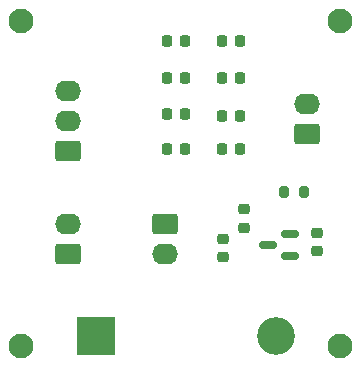
<source format=gbr>
%TF.GenerationSoftware,KiCad,Pcbnew,8.0.5*%
%TF.CreationDate,2024-09-30T19:38:02-05:00*%
%TF.ProjectId,HornProject_v0.0,486f726e-5072-46f6-9a65-63745f76302e,0.0*%
%TF.SameCoordinates,Original*%
%TF.FileFunction,Soldermask,Top*%
%TF.FilePolarity,Negative*%
%FSLAX46Y46*%
G04 Gerber Fmt 4.6, Leading zero omitted, Abs format (unit mm)*
G04 Created by KiCad (PCBNEW 8.0.5) date 2024-09-30 19:38:02*
%MOMM*%
%LPD*%
G01*
G04 APERTURE LIST*
G04 Aperture macros list*
%AMRoundRect*
0 Rectangle with rounded corners*
0 $1 Rounding radius*
0 $2 $3 $4 $5 $6 $7 $8 $9 X,Y pos of 4 corners*
0 Add a 4 corners polygon primitive as box body*
4,1,4,$2,$3,$4,$5,$6,$7,$8,$9,$2,$3,0*
0 Add four circle primitives for the rounded corners*
1,1,$1+$1,$2,$3*
1,1,$1+$1,$4,$5*
1,1,$1+$1,$6,$7*
1,1,$1+$1,$8,$9*
0 Add four rect primitives between the rounded corners*
20,1,$1+$1,$2,$3,$4,$5,0*
20,1,$1+$1,$4,$5,$6,$7,0*
20,1,$1+$1,$6,$7,$8,$9,0*
20,1,$1+$1,$8,$9,$2,$3,0*%
G04 Aperture macros list end*
%ADD10C,2.100000*%
%ADD11RoundRect,0.225000X0.225000X0.250000X-0.225000X0.250000X-0.225000X-0.250000X0.225000X-0.250000X0*%
%ADD12RoundRect,0.225000X0.250000X-0.225000X0.250000X0.225000X-0.250000X0.225000X-0.250000X-0.225000X0*%
%ADD13RoundRect,0.218750X0.256250X-0.218750X0.256250X0.218750X-0.256250X0.218750X-0.256250X-0.218750X0*%
%ADD14RoundRect,0.218750X-0.256250X0.218750X-0.256250X-0.218750X0.256250X-0.218750X0.256250X0.218750X0*%
%ADD15RoundRect,0.225000X-0.225000X-0.250000X0.225000X-0.250000X0.225000X0.250000X-0.225000X0.250000X0*%
%ADD16RoundRect,0.200000X-0.200000X-0.275000X0.200000X-0.275000X0.200000X0.275000X-0.200000X0.275000X0*%
%ADD17RoundRect,0.250000X0.845000X-0.620000X0.845000X0.620000X-0.845000X0.620000X-0.845000X-0.620000X0*%
%ADD18O,2.190000X1.740000*%
%ADD19RoundRect,0.150000X0.587500X0.150000X-0.587500X0.150000X-0.587500X-0.150000X0.587500X-0.150000X0*%
%ADD20RoundRect,0.250000X-0.845000X0.620000X-0.845000X-0.620000X0.845000X-0.620000X0.845000X0.620000X0*%
%ADD21R,3.200000X3.200000*%
%ADD22O,3.200000X3.200000*%
G04 APERTURE END LIST*
D10*
%TO.C,REF\u002A\u002A*%
X63000000Y-38500000D03*
%TD*%
D11*
%TO.C,C4*%
X49875000Y-46400000D03*
X48325000Y-46400000D03*
%TD*%
D10*
%TO.C,REF\u002A\u002A*%
X36000000Y-66000000D03*
%TD*%
%TO.C,REF\u002A\u002A*%
X63000000Y-66000000D03*
%TD*%
D12*
%TO.C,C1*%
X61100000Y-57975000D03*
X61100000Y-56425000D03*
%TD*%
D13*
%TO.C,F1*%
X54900000Y-55987500D03*
X54900000Y-54412500D03*
%TD*%
D14*
%TO.C,F2*%
X53100000Y-56912500D03*
X53100000Y-58487500D03*
%TD*%
D15*
%TO.C,C8*%
X53000000Y-49320000D03*
X54550000Y-49320000D03*
%TD*%
D16*
%TO.C,R1*%
X58275000Y-53000000D03*
X59925000Y-53000000D03*
%TD*%
D10*
%TO.C,REF\u002A\u002A*%
X36000000Y-38500000D03*
%TD*%
D11*
%TO.C,C5*%
X49875000Y-49300000D03*
X48325000Y-49300000D03*
%TD*%
%TO.C,C9*%
X54550000Y-40220000D03*
X53000000Y-40220000D03*
%TD*%
D17*
%TO.C,Power_Connectors1*%
X40020000Y-49540000D03*
D18*
X40020000Y-47000000D03*
X40020000Y-44460000D03*
%TD*%
D19*
%TO.C,MOSFETT1*%
X58775000Y-58400000D03*
X58775000Y-56500000D03*
X56900000Y-57450000D03*
%TD*%
D15*
%TO.C,C7*%
X53000000Y-46520000D03*
X54550000Y-46520000D03*
%TD*%
D17*
%TO.C,Horn_Out1*%
X40000000Y-58250000D03*
D18*
X40000000Y-55710000D03*
%TD*%
D20*
%TO.C,Horn_Out2*%
X48200000Y-55700000D03*
D18*
X48200000Y-58240000D03*
%TD*%
D11*
%TO.C,C3*%
X49875000Y-43300000D03*
X48325000Y-43300000D03*
%TD*%
D15*
%TO.C,C6*%
X53000000Y-43320000D03*
X54550000Y-43320000D03*
%TD*%
%TO.C,C2*%
X48325000Y-40200000D03*
X49875000Y-40200000D03*
%TD*%
D17*
%TO.C,Horn_Control1*%
X60220000Y-48070000D03*
D18*
X60220000Y-45530000D03*
%TD*%
D21*
%TO.C,Rectifier_Diode1*%
X42380000Y-65200000D03*
D22*
X57620000Y-65200000D03*
%TD*%
M02*

</source>
